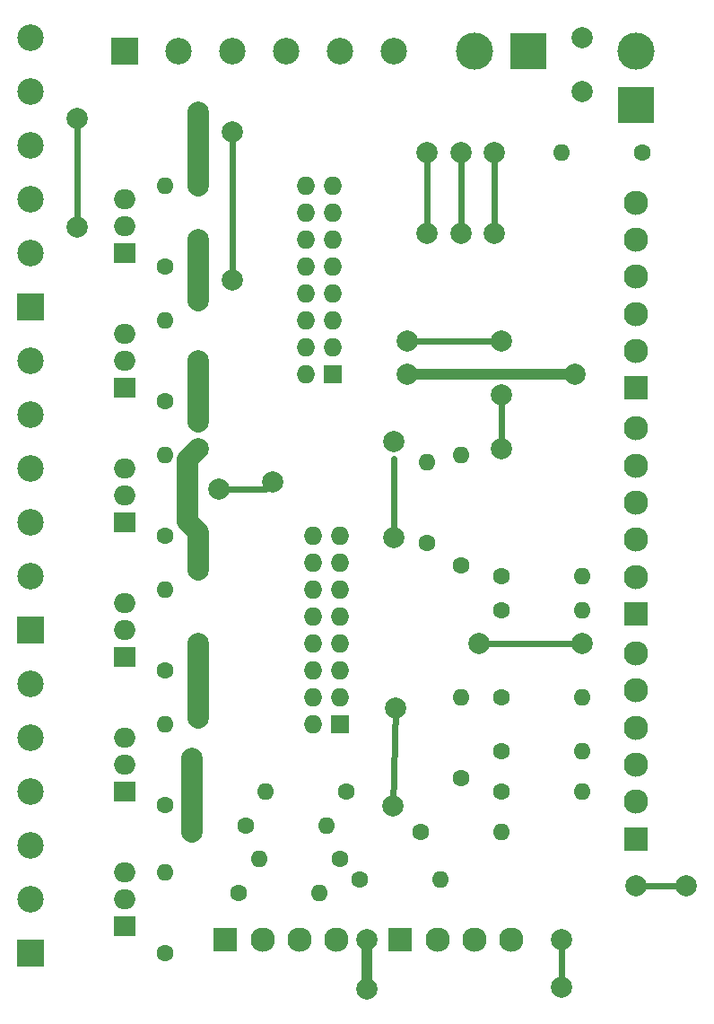
<source format=gbr>
G04 #@! TF.GenerationSoftware,KiCad,Pcbnew,(5.0.1)-4*
G04 #@! TF.CreationDate,2019-11-02T17:50:36+01:00*
G04 #@! TF.ProjectId,remote_greenhouse,72656D6F74655F677265656E686F7573,rev?*
G04 #@! TF.SameCoordinates,PX660b0c0PY82a7440*
G04 #@! TF.FileFunction,Copper,L1,Top,Signal*
G04 #@! TF.FilePolarity,Positive*
%FSLAX46Y46*%
G04 Gerber Fmt 4.6, Leading zero omitted, Abs format (unit mm)*
G04 Created by KiCad (PCBNEW (5.0.1)-4) date 02/11/2019 17:50:36*
%MOMM*%
%LPD*%
G01*
G04 APERTURE LIST*
G04 #@! TA.AperFunction,ComponentPad*
%ADD10R,1.727200X1.727200*%
G04 #@! TD*
G04 #@! TA.AperFunction,ComponentPad*
%ADD11O,1.727200X1.727200*%
G04 #@! TD*
G04 #@! TA.AperFunction,ComponentPad*
%ADD12R,2.500000X2.500000*%
G04 #@! TD*
G04 #@! TA.AperFunction,ComponentPad*
%ADD13C,2.500000*%
G04 #@! TD*
G04 #@! TA.AperFunction,ComponentPad*
%ADD14C,1.600000*%
G04 #@! TD*
G04 #@! TA.AperFunction,ComponentPad*
%ADD15O,1.600000X1.600000*%
G04 #@! TD*
G04 #@! TA.AperFunction,ComponentPad*
%ADD16C,2.000000*%
G04 #@! TD*
G04 #@! TA.AperFunction,ComponentPad*
%ADD17C,3.500120*%
G04 #@! TD*
G04 #@! TA.AperFunction,ComponentPad*
%ADD18R,3.500120X3.500120*%
G04 #@! TD*
G04 #@! TA.AperFunction,ComponentPad*
%ADD19R,2.300000X2.300000*%
G04 #@! TD*
G04 #@! TA.AperFunction,ComponentPad*
%ADD20C,2.300000*%
G04 #@! TD*
G04 #@! TA.AperFunction,ComponentPad*
%ADD21O,2.000000X1.905000*%
G04 #@! TD*
G04 #@! TA.AperFunction,ComponentPad*
%ADD22R,2.000000X1.905000*%
G04 #@! TD*
G04 #@! TA.AperFunction,ViaPad*
%ADD23C,2.000000*%
G04 #@! TD*
G04 #@! TA.AperFunction,Conductor*
%ADD24C,1.000000*%
G04 #@! TD*
G04 #@! TA.AperFunction,Conductor*
%ADD25C,0.600000*%
G04 #@! TD*
G04 #@! TA.AperFunction,Conductor*
%ADD26C,2.000000*%
G04 #@! TD*
G04 APERTURE END LIST*
D10*
G04 #@! TO.P,J2,1*
G04 #@! TO.N,GND*
X34345000Y59490000D03*
D11*
G04 #@! TO.P,J2,2*
G04 #@! TO.N,+5V*
X31805000Y59490000D03*
G04 #@! TO.P,J2,3*
G04 #@! TO.N,O2.0*
X34345000Y62030000D03*
G04 #@! TO.P,J2,4*
G04 #@! TO.N,O2.1*
X31805000Y62030000D03*
G04 #@! TO.P,J2,5*
G04 #@! TO.N,O2.2*
X34345000Y64570000D03*
G04 #@! TO.P,J2,6*
G04 #@! TO.N,O2.3*
X31805000Y64570000D03*
G04 #@! TO.P,J2,7*
G04 #@! TO.N,O2.4*
X34345000Y67110000D03*
G04 #@! TO.P,J2,8*
G04 #@! TO.N,O2.5*
X31805000Y67110000D03*
G04 #@! TO.P,J2,9*
G04 #@! TO.N,O2.6*
X34345000Y69650000D03*
G04 #@! TO.P,J2,10*
G04 #@! TO.N,O2.7*
X31805000Y69650000D03*
G04 #@! TO.P,J2,11*
G04 #@! TO.N,O2.8*
X34345000Y72190000D03*
G04 #@! TO.P,J2,12*
G04 #@! TO.N,O2.9*
X31805000Y72190000D03*
G04 #@! TO.P,J2,13*
G04 #@! TO.N,O2.10*
X34345000Y74730000D03*
G04 #@! TO.P,J2,14*
G04 #@! TO.N,Net-(J2-Pad14)*
X31805000Y74730000D03*
G04 #@! TO.P,J2,15*
G04 #@! TO.N,+3V3*
X34345000Y77270000D03*
G04 #@! TO.P,J2,16*
G04 #@! TO.N,GND*
X31805000Y77270000D03*
G04 #@! TD*
D12*
G04 #@! TO.P,J8,1*
G04 #@! TO.N,+24V*
X14660000Y89970000D03*
D13*
G04 #@! TO.P,J8,2*
G04 #@! TO.N,O2.8*
X19740000Y89970000D03*
G04 #@! TO.P,J8,3*
G04 #@! TO.N,GND*
X24820000Y89970000D03*
G04 #@! TO.P,J8,4*
G04 #@! TO.N,+24V*
X29900000Y89970000D03*
G04 #@! TO.P,J8,5*
G04 #@! TO.N,O2.9*
X34980000Y89970000D03*
G04 #@! TO.P,J8,6*
G04 #@! TO.N,GND*
X40060000Y89970000D03*
G04 #@! TD*
D10*
G04 #@! TO.P,J1,1*
G04 #@! TO.N,GND*
X34980000Y26470000D03*
D11*
G04 #@! TO.P,J1,2*
G04 #@! TO.N,SCL2*
X32440000Y26470000D03*
G04 #@! TO.P,J1,3*
G04 #@! TO.N,+5V*
X34980000Y29010000D03*
G04 #@! TO.P,J1,4*
G04 #@! TO.N,SDA2*
X32440000Y29010000D03*
G04 #@! TO.P,J1,5*
G04 #@! TO.N,A2.4*
X34980000Y31550000D03*
G04 #@! TO.P,J1,6*
G04 #@! TO.N,RX2*
X32440000Y31550000D03*
G04 #@! TO.P,J1,7*
G04 #@! TO.N,A2.3*
X34980000Y34090000D03*
G04 #@! TO.P,J1,8*
G04 #@! TO.N,TX2*
X32440000Y34090000D03*
G04 #@! TO.P,J1,9*
G04 #@! TO.N,A2.2*
X34980000Y36630000D03*
G04 #@! TO.P,J1,10*
G04 #@! TO.N,I2.0*
X32440000Y36630000D03*
G04 #@! TO.P,J1,11*
G04 #@! TO.N,A2.1*
X34980000Y39170000D03*
G04 #@! TO.P,J1,12*
G04 #@! TO.N,I2.1*
X32440000Y39170000D03*
G04 #@! TO.P,J1,13*
G04 #@! TO.N,A2.0*
X34980000Y41710000D03*
G04 #@! TO.P,J1,14*
G04 #@! TO.N,I2.2*
X32440000Y41710000D03*
G04 #@! TO.P,J1,15*
G04 #@! TO.N,I2.4*
X34980000Y44250000D03*
G04 #@! TO.P,J1,16*
G04 #@! TO.N,I2.3*
X32440000Y44250000D03*
G04 #@! TD*
D14*
G04 #@! TO.P,R2,1*
G04 #@! TO.N,A2.1*
X46410000Y41456000D03*
D15*
G04 #@! TO.P,R2,2*
G04 #@! TO.N,GND*
X46410000Y51870000D03*
G04 #@! TD*
D14*
G04 #@! TO.P,R4,1*
G04 #@! TO.N,A2.1*
X50220000Y37265000D03*
D15*
G04 #@! TO.P,R4,2*
G04 #@! TO.N,Net-(J6-Pad2)*
X57840000Y37265000D03*
G04 #@! TD*
D14*
G04 #@! TO.P,R14,1*
G04 #@! TO.N,+5V*
X36885000Y11865000D03*
D15*
G04 #@! TO.P,R14,2*
G04 #@! TO.N,SCL2*
X44505000Y11865000D03*
G04 #@! TD*
D16*
G04 #@! TO.P,F1,1*
G04 #@! TO.N,+24V*
X57840000Y91240000D03*
G04 #@! TO.P,F1,2*
G04 #@! TO.N,Net-(F1-Pad2)*
X57830000Y86160000D03*
G04 #@! TD*
D15*
G04 #@! TO.P,F2,2*
G04 #@! TO.N,Net-(F2-Pad2)*
X55935000Y80445000D03*
D14*
G04 #@! TO.P,F2,1*
G04 #@! TO.N,+5V*
X63555000Y80445000D03*
G04 #@! TD*
D17*
G04 #@! TO.P,J3,2*
G04 #@! TO.N,GND*
X47680000Y89970000D03*
D18*
G04 #@! TO.P,J3,1*
G04 #@! TO.N,Net-(F1-Pad2)*
X52760000Y89970000D03*
G04 #@! TD*
G04 #@! TO.P,J4,1*
G04 #@! TO.N,Net-(F2-Pad2)*
X62920000Y84890000D03*
D17*
G04 #@! TO.P,J4,2*
G04 #@! TO.N,GND*
X62920000Y89970000D03*
G04 #@! TD*
D12*
G04 #@! TO.P,J5,1*
G04 #@! TO.N,+24V*
X5770000Y65840000D03*
D13*
G04 #@! TO.P,J5,2*
G04 #@! TO.N,O2.6*
X5770000Y70920000D03*
G04 #@! TO.P,J5,3*
G04 #@! TO.N,GND*
X5770000Y76000000D03*
G04 #@! TO.P,J5,4*
G04 #@! TO.N,+24V*
X5770000Y81080000D03*
G04 #@! TO.P,J5,5*
G04 #@! TO.N,O2.7*
X5770000Y86160000D03*
G04 #@! TO.P,J5,6*
G04 #@! TO.N,GND*
X5770000Y91240000D03*
G04 #@! TD*
D19*
G04 #@! TO.P,J6,1*
G04 #@! TO.N,+5V*
X62920000Y36910000D03*
D20*
G04 #@! TO.P,J6,2*
G04 #@! TO.N,Net-(J6-Pad2)*
X62920000Y40410000D03*
G04 #@! TO.P,J6,3*
G04 #@! TO.N,Net-(J6-Pad3)*
X62920000Y43910000D03*
G04 #@! TO.P,J6,4*
G04 #@! TO.N,I2.1*
X62920000Y47410000D03*
G04 #@! TO.P,J6,5*
G04 #@! TO.N,I2.0*
X62920000Y50910000D03*
G04 #@! TO.P,J6,6*
G04 #@! TO.N,GND*
X62920000Y54410000D03*
G04 #@! TD*
D19*
G04 #@! TO.P,J7,1*
G04 #@! TO.N,+5V*
X24185000Y6150000D03*
D20*
G04 #@! TO.P,J7,2*
G04 #@! TO.N,TX2*
X27685000Y6150000D03*
G04 #@! TO.P,J7,3*
G04 #@! TO.N,RX2*
X31185000Y6150000D03*
G04 #@! TO.P,J7,4*
G04 #@! TO.N,GND*
X34685000Y6150000D03*
G04 #@! TD*
D13*
G04 #@! TO.P,J9,6*
G04 #@! TO.N,Net-(J9-Pad6)*
X5770000Y30280000D03*
G04 #@! TO.P,J9,5*
G04 #@! TO.N,+24V*
X5770000Y25200000D03*
G04 #@! TO.P,J9,4*
G04 #@! TO.N,Net-(J9-Pad4)*
X5770000Y20120000D03*
G04 #@! TO.P,J9,3*
G04 #@! TO.N,+24V*
X5770000Y15040000D03*
G04 #@! TO.P,J9,2*
G04 #@! TO.N,Net-(J9-Pad2)*
X5770000Y9960000D03*
D12*
G04 #@! TO.P,J9,1*
G04 #@! TO.N,+24V*
X5770000Y4880000D03*
G04 #@! TD*
D20*
G04 #@! TO.P,J10,6*
G04 #@! TO.N,GND*
X62920000Y33175000D03*
G04 #@! TO.P,J10,5*
G04 #@! TO.N,I2.2*
X62920000Y29675000D03*
G04 #@! TO.P,J10,4*
G04 #@! TO.N,I2.3*
X62920000Y26175000D03*
G04 #@! TO.P,J10,3*
G04 #@! TO.N,Net-(J10-Pad3)*
X62920000Y22675000D03*
G04 #@! TO.P,J10,2*
G04 #@! TO.N,Net-(J10-Pad2)*
X62920000Y19175000D03*
D19*
G04 #@! TO.P,J10,1*
G04 #@! TO.N,+5V*
X62920000Y15675000D03*
G04 #@! TD*
D20*
G04 #@! TO.P,J11,4*
G04 #@! TO.N,GND*
X51195000Y6150000D03*
G04 #@! TO.P,J11,3*
G04 #@! TO.N,SCL2*
X47695000Y6150000D03*
G04 #@! TO.P,J11,2*
G04 #@! TO.N,SDA2*
X44195000Y6150000D03*
D19*
G04 #@! TO.P,J11,1*
G04 #@! TO.N,+5V*
X40695000Y6150000D03*
G04 #@! TD*
G04 #@! TO.P,J12,1*
G04 #@! TO.N,+5V*
X62920000Y58220000D03*
D20*
G04 #@! TO.P,J12,2*
X62920000Y61720000D03*
G04 #@! TO.P,J12,3*
G04 #@! TO.N,I2.4*
X62920000Y65220000D03*
G04 #@! TO.P,J12,4*
G04 #@! TO.N,O2.10*
X62920000Y68720000D03*
G04 #@! TO.P,J12,5*
G04 #@! TO.N,GND*
X62920000Y72220000D03*
G04 #@! TO.P,J12,6*
X62920000Y75720000D03*
G04 #@! TD*
D13*
G04 #@! TO.P,J13,6*
G04 #@! TO.N,Net-(J13-Pad6)*
X5770000Y60760000D03*
G04 #@! TO.P,J13,5*
G04 #@! TO.N,+24V*
X5770000Y55680000D03*
G04 #@! TO.P,J13,4*
G04 #@! TO.N,Net-(J13-Pad4)*
X5770000Y50600000D03*
G04 #@! TO.P,J13,3*
G04 #@! TO.N,+24V*
X5770000Y45520000D03*
G04 #@! TO.P,J13,2*
G04 #@! TO.N,Net-(J13-Pad2)*
X5770000Y40440000D03*
D12*
G04 #@! TO.P,J13,1*
G04 #@! TO.N,+24V*
X5770000Y35360000D03*
G04 #@! TD*
D21*
G04 #@! TO.P,Q1,3*
G04 #@! TO.N,GND*
X14660000Y12500000D03*
G04 #@! TO.P,Q1,2*
G04 #@! TO.N,Net-(J9-Pad2)*
X14660000Y9960000D03*
D22*
G04 #@! TO.P,Q1,1*
G04 #@! TO.N,O2.0*
X14660000Y7420000D03*
G04 #@! TD*
G04 #@! TO.P,Q2,1*
G04 #@! TO.N,O2.1*
X14660000Y20120000D03*
D21*
G04 #@! TO.P,Q2,2*
G04 #@! TO.N,Net-(J9-Pad4)*
X14660000Y22660000D03*
G04 #@! TO.P,Q2,3*
G04 #@! TO.N,GND*
X14660000Y25200000D03*
G04 #@! TD*
D22*
G04 #@! TO.P,Q3,1*
G04 #@! TO.N,O2.2*
X14660000Y32820000D03*
D21*
G04 #@! TO.P,Q3,2*
G04 #@! TO.N,Net-(J9-Pad6)*
X14660000Y35360000D03*
G04 #@! TO.P,Q3,3*
G04 #@! TO.N,GND*
X14660000Y37900000D03*
G04 #@! TD*
G04 #@! TO.P,Q4,3*
G04 #@! TO.N,GND*
X14660000Y50600000D03*
G04 #@! TO.P,Q4,2*
G04 #@! TO.N,Net-(J13-Pad2)*
X14660000Y48060000D03*
D22*
G04 #@! TO.P,Q4,1*
G04 #@! TO.N,O2.3*
X14660000Y45520000D03*
G04 #@! TD*
G04 #@! TO.P,Q5,1*
G04 #@! TO.N,O2.4*
X14660000Y58220000D03*
D21*
G04 #@! TO.P,Q5,2*
G04 #@! TO.N,Net-(J13-Pad4)*
X14660000Y60760000D03*
G04 #@! TO.P,Q5,3*
G04 #@! TO.N,GND*
X14660000Y63300000D03*
G04 #@! TD*
G04 #@! TO.P,Q6,3*
G04 #@! TO.N,GND*
X14660000Y76000000D03*
G04 #@! TO.P,Q6,2*
G04 #@! TO.N,Net-(J13-Pad6)*
X14660000Y73460000D03*
D22*
G04 #@! TO.P,Q6,1*
G04 #@! TO.N,O2.5*
X14660000Y70920000D03*
G04 #@! TD*
D14*
G04 #@! TO.P,R1,1*
G04 #@! TO.N,O2.0*
X18470000Y4880000D03*
D15*
G04 #@! TO.P,R1,2*
G04 #@! TO.N,GND*
X18470000Y12500000D03*
G04 #@! TD*
D14*
G04 #@! TO.P,R3,1*
G04 #@! TO.N,A2.0*
X43235000Y43615000D03*
D15*
G04 #@! TO.P,R3,2*
G04 #@! TO.N,GND*
X43235000Y51235000D03*
G04 #@! TD*
G04 #@! TO.P,R5,2*
G04 #@! TO.N,Net-(J6-Pad3)*
X57840000Y40440000D03*
D14*
G04 #@! TO.P,R5,1*
G04 #@! TO.N,A2.0*
X50220000Y40440000D03*
G04 #@! TD*
G04 #@! TO.P,R6,1*
G04 #@! TO.N,O2.1*
X18470000Y18850000D03*
D15*
G04 #@! TO.P,R6,2*
G04 #@! TO.N,GND*
X18470000Y26470000D03*
G04 #@! TD*
G04 #@! TO.P,R7,2*
G04 #@! TO.N,GND*
X18470000Y39170000D03*
D14*
G04 #@! TO.P,R7,1*
G04 #@! TO.N,O2.2*
X18470000Y31550000D03*
G04 #@! TD*
D15*
G04 #@! TO.P,R8,2*
G04 #@! TO.N,GND*
X46410000Y29010000D03*
D14*
G04 #@! TO.P,R8,1*
G04 #@! TO.N,A2.3*
X46410000Y21390000D03*
G04 #@! TD*
G04 #@! TO.P,R9,1*
G04 #@! TO.N,A2.2*
X50220000Y29010000D03*
D15*
G04 #@! TO.P,R9,2*
G04 #@! TO.N,GND*
X57840000Y29010000D03*
G04 #@! TD*
G04 #@! TO.P,R10,2*
G04 #@! TO.N,Net-(J10-Pad2)*
X57840000Y20120000D03*
D14*
G04 #@! TO.P,R10,1*
G04 #@! TO.N,A2.3*
X50220000Y20120000D03*
G04 #@! TD*
D15*
G04 #@! TO.P,R11,2*
G04 #@! TO.N,Net-(J10-Pad3)*
X57840000Y23930000D03*
D14*
G04 #@! TO.P,R11,1*
G04 #@! TO.N,A2.2*
X50220000Y23930000D03*
G04 #@! TD*
D15*
G04 #@! TO.P,R12,2*
G04 #@! TO.N,GND*
X18470000Y51870000D03*
D14*
G04 #@! TO.P,R12,1*
G04 #@! TO.N,O2.3*
X18470000Y44250000D03*
G04 #@! TD*
D15*
G04 #@! TO.P,R13,2*
G04 #@! TO.N,SDA2*
X33710000Y16945000D03*
D14*
G04 #@! TO.P,R13,1*
G04 #@! TO.N,+5V*
X26090000Y16945000D03*
G04 #@! TD*
G04 #@! TO.P,R15,1*
G04 #@! TO.N,A2.4*
X42600000Y16310000D03*
D15*
G04 #@! TO.P,R15,2*
G04 #@! TO.N,GND*
X50220000Y16310000D03*
G04 #@! TD*
D14*
G04 #@! TO.P,R16,1*
G04 #@! TO.N,O2.4*
X18470000Y56950000D03*
D15*
G04 #@! TO.P,R16,2*
G04 #@! TO.N,GND*
X18470000Y64570000D03*
G04 #@! TD*
D14*
G04 #@! TO.P,R17,1*
G04 #@! TO.N,A2.4*
X35615000Y20120000D03*
D15*
G04 #@! TO.P,R17,2*
G04 #@! TO.N,+24V*
X27995000Y20120000D03*
G04 #@! TD*
D14*
G04 #@! TO.P,R18,1*
G04 #@! TO.N,O2.5*
X18470000Y69650000D03*
D15*
G04 #@! TO.P,R18,2*
G04 #@! TO.N,GND*
X18470000Y77270000D03*
G04 #@! TD*
D14*
G04 #@! TO.P,R19,1*
G04 #@! TO.N,+5V*
X34980000Y13770000D03*
D15*
G04 #@! TO.P,R19,2*
G04 #@! TO.N,TX2*
X27360000Y13770000D03*
G04 #@! TD*
G04 #@! TO.P,R20,2*
G04 #@! TO.N,RX2*
X33075000Y10595000D03*
D14*
G04 #@! TO.P,R20,1*
G04 #@! TO.N,+5V*
X25455000Y10595000D03*
G04 #@! TD*
D23*
G04 #@! TO.N,+5V*
X41330000Y59490000D03*
X57205000Y59490000D03*
G04 #@! TO.N,I2.4*
X40060000Y44113601D03*
X40060000Y53140000D03*
G04 #@! TO.N,A2.4*
X39974498Y18764498D03*
X40227930Y27996116D03*
G04 #@! TO.N,GND*
X41330000Y62665000D03*
X21645000Y84255000D03*
X21645000Y77270000D03*
X21645000Y72190000D03*
X21645000Y66475000D03*
X21645000Y60760000D03*
X21645000Y55045000D03*
X21645000Y52505000D03*
X21645000Y41075000D03*
X21645000Y34090000D03*
X21645000Y27105000D03*
X21010000Y23295000D03*
X21010000Y16310000D03*
X37520000Y1510000D03*
X37520000Y6150000D03*
X50220000Y62665000D03*
X50220000Y57585000D03*
X50220000Y52505000D03*
X57840000Y34090000D03*
X48110001Y34090000D03*
X55935000Y1664662D03*
X67695010Y11230000D03*
X55935000Y6150000D03*
X62920000Y11230000D03*
G04 #@! TO.N,O2.4*
X46410000Y72825000D03*
X46410000Y80445000D03*
X24820000Y82350000D03*
X24820000Y68380000D03*
G04 #@! TO.N,O2.6*
X43235000Y72825000D03*
X43235000Y80445000D03*
X10215000Y73400000D03*
X10215000Y83620000D03*
G04 #@! TO.N,O2.8*
X49585000Y72825000D03*
X49585000Y80445000D03*
G04 #@! TO.N,O2.2*
X28630000Y49330000D03*
X23550000Y48695000D03*
G04 #@! TD*
D24*
G04 #@! TO.N,+5V*
X54665000Y59490000D02*
X57205000Y59490000D01*
X41330000Y59490000D02*
X54665000Y59490000D01*
D25*
G04 #@! TO.N,I2.4*
X40060000Y51235000D02*
X40060000Y51513629D01*
X40060000Y44113601D02*
X40060000Y51513629D01*
G04 #@! TO.N,A2.4*
X40227930Y28207070D02*
X40227930Y27996116D01*
X39974498Y28460502D02*
X40227930Y28207070D01*
X39974498Y18764498D02*
X40227930Y27996116D01*
D26*
G04 #@! TO.N,GND*
X21645000Y77270000D02*
X21645000Y84255000D01*
X21645000Y72190000D02*
X21645000Y66475000D01*
X21645000Y60760000D02*
X21645000Y55045000D01*
X21645000Y42489213D02*
X21645000Y41075000D01*
X21645000Y44627002D02*
X21645000Y42489213D01*
X20645001Y45627001D02*
X21645000Y44627002D01*
X20645001Y51505001D02*
X20645001Y45627001D01*
X21645000Y52505000D02*
X20645001Y51505001D01*
X21645000Y34090000D02*
X21645000Y27105000D01*
D24*
X37520000Y6150000D02*
X37520000Y1510000D01*
D25*
X50220000Y52505000D02*
X50220000Y57585000D01*
X42744213Y62665000D02*
X50220000Y62665000D01*
X41330000Y62665000D02*
X42744213Y62665000D01*
X57840000Y34090000D02*
X48110001Y34090000D01*
X62920000Y11230000D02*
X67695010Y11230000D01*
X55935000Y6150000D02*
X55935000Y1664662D01*
D26*
X21010000Y23295000D02*
X21010000Y16310000D01*
D25*
G04 #@! TO.N,O2.4*
X46410000Y72825000D02*
X46410000Y80445000D01*
X24820000Y82350000D02*
X24820000Y68380000D01*
G04 #@! TO.N,O2.6*
X43235000Y72825000D02*
X43235000Y80445000D01*
X10215000Y73400000D02*
X10215000Y83620000D01*
G04 #@! TO.N,O2.8*
X49585000Y72825000D02*
X49585000Y80445000D01*
G04 #@! TO.N,O2.2*
X27995000Y48695000D02*
X28630000Y49330000D01*
X23550000Y48695000D02*
X27995000Y48695000D01*
G04 #@! TD*
M02*

</source>
